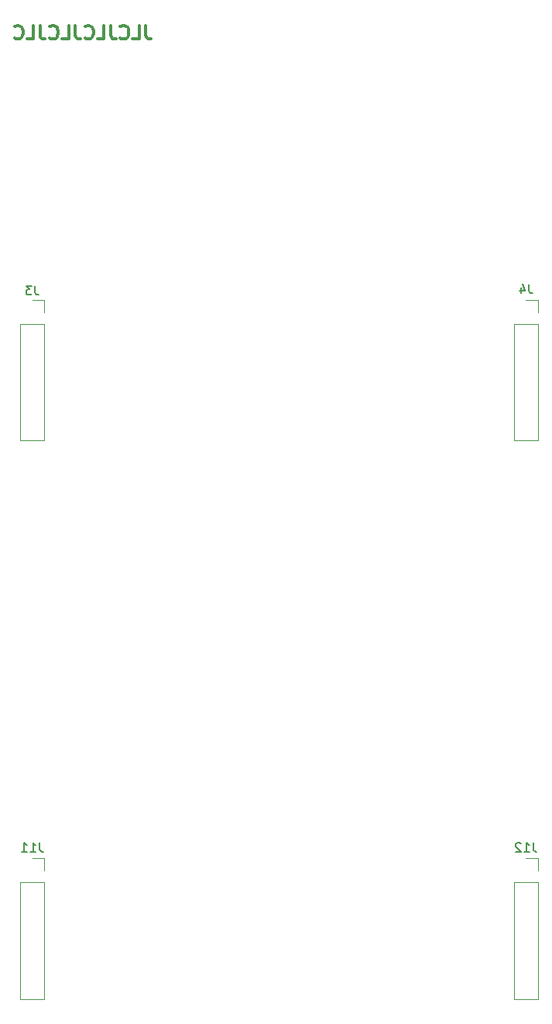
<source format=gbo>
G04 #@! TF.GenerationSoftware,KiCad,Pcbnew,(6.0.0)*
G04 #@! TF.CreationDate,2022-02-07T20:54:30+00:00*
G04 #@! TF.ProjectId,MS20-VCF,4d533230-2d56-4434-962e-6b696361645f,rev?*
G04 #@! TF.SameCoordinates,Original*
G04 #@! TF.FileFunction,Legend,Bot*
G04 #@! TF.FilePolarity,Positive*
%FSLAX46Y46*%
G04 Gerber Fmt 4.6, Leading zero omitted, Abs format (unit mm)*
G04 Created by KiCad (PCBNEW (6.0.0)) date 2022-02-07 20:54:30*
%MOMM*%
%LPD*%
G01*
G04 APERTURE LIST*
%ADD10C,0.300000*%
%ADD11C,0.150000*%
%ADD12C,0.120000*%
%ADD13C,4.000000*%
%ADD14C,1.800000*%
%ADD15R,1.800000X1.800000*%
%ADD16R,1.930000X1.830000*%
%ADD17C,2.130000*%
%ADD18C,1.600000*%
%ADD19O,1.600000X1.600000*%
%ADD20O,3.700000X2.400000*%
%ADD21O,3.200000X5.000000*%
%ADD22R,1.700000X1.700000*%
%ADD23O,1.700000X1.700000*%
G04 APERTURE END LIST*
D10*
X110428571Y-37678571D02*
X110428571Y-38750000D01*
X110500000Y-38964285D01*
X110642857Y-39107142D01*
X110857142Y-39178571D01*
X111000000Y-39178571D01*
X109000000Y-39178571D02*
X109714285Y-39178571D01*
X109714285Y-37678571D01*
X107642857Y-39035714D02*
X107714285Y-39107142D01*
X107928571Y-39178571D01*
X108071428Y-39178571D01*
X108285714Y-39107142D01*
X108428571Y-38964285D01*
X108500000Y-38821428D01*
X108571428Y-38535714D01*
X108571428Y-38321428D01*
X108500000Y-38035714D01*
X108428571Y-37892857D01*
X108285714Y-37750000D01*
X108071428Y-37678571D01*
X107928571Y-37678571D01*
X107714285Y-37750000D01*
X107642857Y-37821428D01*
X106571428Y-37678571D02*
X106571428Y-38750000D01*
X106642857Y-38964285D01*
X106785714Y-39107142D01*
X107000000Y-39178571D01*
X107142857Y-39178571D01*
X105142857Y-39178571D02*
X105857142Y-39178571D01*
X105857142Y-37678571D01*
X103785714Y-39035714D02*
X103857142Y-39107142D01*
X104071428Y-39178571D01*
X104214285Y-39178571D01*
X104428571Y-39107142D01*
X104571428Y-38964285D01*
X104642857Y-38821428D01*
X104714285Y-38535714D01*
X104714285Y-38321428D01*
X104642857Y-38035714D01*
X104571428Y-37892857D01*
X104428571Y-37750000D01*
X104214285Y-37678571D01*
X104071428Y-37678571D01*
X103857142Y-37750000D01*
X103785714Y-37821428D01*
X102714285Y-37678571D02*
X102714285Y-38750000D01*
X102785714Y-38964285D01*
X102928571Y-39107142D01*
X103142857Y-39178571D01*
X103285714Y-39178571D01*
X101285714Y-39178571D02*
X102000000Y-39178571D01*
X102000000Y-37678571D01*
X99928571Y-39035714D02*
X100000000Y-39107142D01*
X100214285Y-39178571D01*
X100357142Y-39178571D01*
X100571428Y-39107142D01*
X100714285Y-38964285D01*
X100785714Y-38821428D01*
X100857142Y-38535714D01*
X100857142Y-38321428D01*
X100785714Y-38035714D01*
X100714285Y-37892857D01*
X100571428Y-37750000D01*
X100357142Y-37678571D01*
X100214285Y-37678571D01*
X100000000Y-37750000D01*
X99928571Y-37821428D01*
X98857142Y-37678571D02*
X98857142Y-38750000D01*
X98928571Y-38964285D01*
X99071428Y-39107142D01*
X99285714Y-39178571D01*
X99428571Y-39178571D01*
X97428571Y-39178571D02*
X98142857Y-39178571D01*
X98142857Y-37678571D01*
X96071428Y-39035714D02*
X96142857Y-39107142D01*
X96357142Y-39178571D01*
X96500000Y-39178571D01*
X96714285Y-39107142D01*
X96857142Y-38964285D01*
X96928571Y-38821428D01*
X97000000Y-38535714D01*
X97000000Y-38321428D01*
X96928571Y-38035714D01*
X96857142Y-37892857D01*
X96714285Y-37750000D01*
X96500000Y-37678571D01*
X96357142Y-37678571D01*
X96142857Y-37750000D01*
X96071428Y-37821428D01*
D11*
X98333333Y-66122380D02*
X98333333Y-66836666D01*
X98380952Y-66979523D01*
X98476190Y-67074761D01*
X98619047Y-67122380D01*
X98714285Y-67122380D01*
X97952380Y-66122380D02*
X97333333Y-66122380D01*
X97666666Y-66503333D01*
X97523809Y-66503333D01*
X97428571Y-66550952D01*
X97380952Y-66598571D01*
X97333333Y-66693809D01*
X97333333Y-66931904D01*
X97380952Y-67027142D01*
X97428571Y-67074761D01*
X97523809Y-67122380D01*
X97809523Y-67122380D01*
X97904761Y-67074761D01*
X97952380Y-67027142D01*
X152333333Y-65952380D02*
X152333333Y-66666666D01*
X152380952Y-66809523D01*
X152476190Y-66904761D01*
X152619047Y-66952380D01*
X152714285Y-66952380D01*
X151428571Y-66285714D02*
X151428571Y-66952380D01*
X151666666Y-65904761D02*
X151904761Y-66619047D01*
X151285714Y-66619047D01*
X98809523Y-126952380D02*
X98809523Y-127666666D01*
X98857142Y-127809523D01*
X98952380Y-127904761D01*
X99095238Y-127952380D01*
X99190476Y-127952380D01*
X97809523Y-127952380D02*
X98380952Y-127952380D01*
X98095238Y-127952380D02*
X98095238Y-126952380D01*
X98190476Y-127095238D01*
X98285714Y-127190476D01*
X98380952Y-127238095D01*
X96857142Y-127952380D02*
X97428571Y-127952380D01*
X97142857Y-127952380D02*
X97142857Y-126952380D01*
X97238095Y-127095238D01*
X97333333Y-127190476D01*
X97428571Y-127238095D01*
X152809523Y-126952380D02*
X152809523Y-127666666D01*
X152857142Y-127809523D01*
X152952380Y-127904761D01*
X153095238Y-127952380D01*
X153190476Y-127952380D01*
X151809523Y-127952380D02*
X152380952Y-127952380D01*
X152095238Y-127952380D02*
X152095238Y-126952380D01*
X152190476Y-127095238D01*
X152285714Y-127190476D01*
X152380952Y-127238095D01*
X151428571Y-127047619D02*
X151380952Y-127000000D01*
X151285714Y-126952380D01*
X151047619Y-126952380D01*
X150952380Y-127000000D01*
X150904761Y-127047619D01*
X150857142Y-127142857D01*
X150857142Y-127238095D01*
X150904761Y-127380952D01*
X151476190Y-127952380D01*
X150857142Y-127952380D01*
D12*
X99330000Y-67670000D02*
X98000000Y-67670000D01*
X99330000Y-69000000D02*
X99330000Y-67670000D01*
X99330000Y-83030000D02*
X96670000Y-83030000D01*
X96670000Y-70270000D02*
X96670000Y-83030000D01*
X99330000Y-70270000D02*
X96670000Y-70270000D01*
X99330000Y-70270000D02*
X99330000Y-83030000D01*
X153330000Y-83030000D02*
X150670000Y-83030000D01*
X153330000Y-69000000D02*
X153330000Y-67670000D01*
X150670000Y-70270000D02*
X150670000Y-83030000D01*
X153330000Y-70270000D02*
X150670000Y-70270000D01*
X153330000Y-70270000D02*
X153330000Y-83030000D01*
X153330000Y-67670000D02*
X152000000Y-67670000D01*
X99330000Y-130000000D02*
X99330000Y-128670000D01*
X99330000Y-144030000D02*
X96670000Y-144030000D01*
X99330000Y-131270000D02*
X99330000Y-144030000D01*
X99330000Y-128670000D02*
X98000000Y-128670000D01*
X96670000Y-131270000D02*
X96670000Y-144030000D01*
X99330000Y-131270000D02*
X96670000Y-131270000D01*
X153330000Y-144030000D02*
X150670000Y-144030000D01*
X153330000Y-128670000D02*
X152000000Y-128670000D01*
X153330000Y-131270000D02*
X153330000Y-144030000D01*
X153330000Y-131270000D02*
X150670000Y-131270000D01*
X150670000Y-131270000D02*
X150670000Y-144030000D01*
X153330000Y-130000000D02*
X153330000Y-128670000D01*
%LPC*%
D13*
X116400000Y-64050000D03*
X107600000Y-64050000D03*
D14*
X114500000Y-71050000D03*
X112000000Y-71050000D03*
X109500000Y-71050000D03*
D13*
X105600000Y-44050000D03*
X114400000Y-44050000D03*
D14*
X112500000Y-51050000D03*
X110000000Y-51050000D03*
X107500000Y-51050000D03*
D15*
X148275000Y-86500000D03*
D14*
X145735000Y-86500000D03*
D16*
X115000000Y-74000000D03*
D17*
X115000000Y-85400000D03*
X115000000Y-77100000D03*
D16*
X125000000Y-74000000D03*
D17*
X125000000Y-85400000D03*
X125000000Y-77100000D03*
D16*
X135000000Y-74000000D03*
D17*
X135000000Y-85400000D03*
X135000000Y-77100000D03*
D18*
X104000000Y-84080000D03*
D19*
X104000000Y-73920000D03*
D18*
X99920000Y-55000000D03*
D19*
X110080000Y-55000000D03*
D18*
X120000000Y-45000000D03*
D19*
X130160000Y-45000000D03*
D18*
X130160000Y-41000000D03*
D19*
X120000000Y-41000000D03*
D18*
X107500000Y-73920000D03*
D19*
X107500000Y-84080000D03*
D18*
X130080000Y-69000000D03*
D19*
X119920000Y-69000000D03*
D18*
X130000000Y-130000000D03*
D19*
X119840000Y-130000000D03*
D18*
X108000000Y-144080000D03*
D19*
X108000000Y-133920000D03*
D13*
X142400000Y-64050000D03*
X133600000Y-64050000D03*
D14*
X140500000Y-71050000D03*
X138000000Y-71050000D03*
X135500000Y-71050000D03*
D20*
X140600000Y-39300000D03*
X140600000Y-44000000D03*
X140600000Y-48700000D03*
X145400000Y-39300000D03*
X145400000Y-44000000D03*
X145400000Y-48700000D03*
D21*
X113800000Y-91500000D03*
X118500000Y-91500000D03*
X123200000Y-91500000D03*
D16*
X135000000Y-133000000D03*
D17*
X135000000Y-144400000D03*
X135000000Y-136100000D03*
D16*
X115000000Y-133000000D03*
D17*
X115000000Y-144400000D03*
X115000000Y-136100000D03*
D16*
X125000000Y-133000000D03*
D17*
X125000000Y-144400000D03*
X125000000Y-136100000D03*
D18*
X147000000Y-71920000D03*
D19*
X147000000Y-82080000D03*
D18*
X97000000Y-109500000D03*
D19*
X97000000Y-99340000D03*
D18*
X148000000Y-124080000D03*
D19*
X148000000Y-113920000D03*
D18*
X152000000Y-113920000D03*
D19*
X152000000Y-124080000D03*
D18*
X102500000Y-118420000D03*
D19*
X102500000Y-128580000D03*
D20*
X104600000Y-98300000D03*
X104600000Y-103000000D03*
X104600000Y-107700000D03*
X109400000Y-98300000D03*
X109400000Y-103000000D03*
X109400000Y-107700000D03*
D13*
X142400000Y-123050000D03*
X133600000Y-123050000D03*
D14*
X140500000Y-130050000D03*
X138000000Y-130050000D03*
X135500000Y-130050000D03*
D13*
X116400000Y-123050000D03*
X107600000Y-123050000D03*
D14*
X114500000Y-130050000D03*
X112000000Y-130050000D03*
X109500000Y-130050000D03*
D13*
X135600000Y-103050000D03*
X144400000Y-103050000D03*
D14*
X142500000Y-110050000D03*
X140000000Y-110050000D03*
X137500000Y-110050000D03*
D22*
X98000000Y-69000000D03*
D23*
X98000000Y-71540000D03*
X98000000Y-74080000D03*
X98000000Y-76620000D03*
X98000000Y-79160000D03*
X98000000Y-81700000D03*
D22*
X152000000Y-69000000D03*
D23*
X152000000Y-71540000D03*
X152000000Y-74080000D03*
X152000000Y-76620000D03*
X152000000Y-79160000D03*
X152000000Y-81700000D03*
D22*
X98000000Y-130000000D03*
D23*
X98000000Y-132540000D03*
X98000000Y-135080000D03*
X98000000Y-137620000D03*
X98000000Y-140160000D03*
X98000000Y-142700000D03*
D22*
X152000000Y-130000000D03*
D23*
X152000000Y-132540000D03*
X152000000Y-135080000D03*
X152000000Y-137620000D03*
X152000000Y-140160000D03*
X152000000Y-142700000D03*
M02*

</source>
